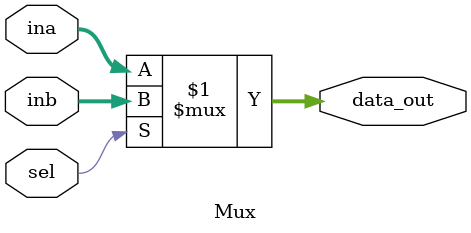
<source format=v>
module Mux(ina,inb,sel,data_out);
    input [3:0] ina;
    input [3:0] inb;
    input sel;
    output [3:0] data_out;
    assign data_out = sel ? inb : ina;
endmodule  
</source>
